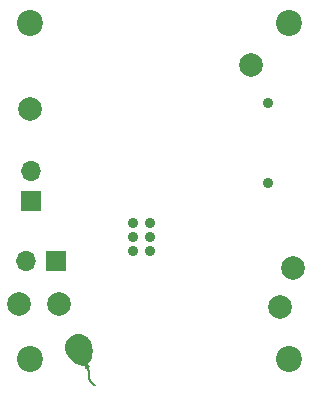
<source format=gbs>
%TF.GenerationSoftware,KiCad,Pcbnew,7.0.5-0*%
%TF.CreationDate,2024-02-02T21:32:53-05:00*%
%TF.ProjectId,Cutdown_Test,43757464-6f77-46e5-9f54-6573742e6b69,rev?*%
%TF.SameCoordinates,Original*%
%TF.FileFunction,Soldermask,Bot*%
%TF.FilePolarity,Negative*%
%FSLAX46Y46*%
G04 Gerber Fmt 4.6, Leading zero omitted, Abs format (unit mm)*
G04 Created by KiCad (PCBNEW 7.0.5-0) date 2024-02-02 21:32:53*
%MOMM*%
%LPD*%
G01*
G04 APERTURE LIST*
%ADD10C,0.182463*%
%ADD11C,0.002645*%
%ADD12C,2.200000*%
%ADD13C,2.000000*%
%ADD14C,0.900000*%
%ADD15R,1.700000X1.700000*%
%ADD16O,1.700000X1.700000*%
%ADD17C,0.889000*%
G04 APERTURE END LIST*
D10*
%TO.C,REF\u002A\u002A*%
X131763044Y-120375593D02*
X131830415Y-120426903D01*
X131692593Y-120318148D02*
X131763044Y-120375593D01*
X131652190Y-120283430D02*
X131692593Y-120318148D01*
X131609865Y-120245459D02*
X131652190Y-120283430D01*
X131566764Y-120204792D02*
X131609865Y-120245459D01*
X131524035Y-120161987D02*
X131566764Y-120204792D01*
X131482824Y-120117601D02*
X131524035Y-120161987D01*
X131444278Y-120072194D02*
X131482824Y-120117601D01*
X131409544Y-120026321D02*
X131444278Y-120072194D01*
X131393965Y-120003385D02*
X131409544Y-120026321D01*
X131379770Y-119980542D02*
X131393965Y-120003385D01*
X131367100Y-119957861D02*
X131379770Y-119980542D01*
X131356101Y-119935413D02*
X131367100Y-119957861D01*
X131346914Y-119913267D02*
X131356101Y-119935413D01*
X131339685Y-119891492D02*
X131346914Y-119913267D01*
X131339685Y-119891492D02*
X131339685Y-119891492D01*
X131330111Y-119853233D02*
X131339685Y-119891492D01*
X131321930Y-119810685D02*
X131330111Y-119853233D01*
X131314982Y-119764555D02*
X131321930Y-119810685D01*
X131309113Y-119715554D02*
X131314982Y-119764555D01*
X131299983Y-119611777D02*
X131309113Y-119715554D01*
X131293285Y-119505029D02*
X131299983Y-119611777D01*
X131282173Y-119305318D02*
X131293285Y-119505029D01*
X131275253Y-119223706D02*
X131282173Y-119305318D01*
X131270904Y-119189945D02*
X131275253Y-119223706D01*
X131265752Y-119161824D02*
X131270904Y-119189945D01*
X131265752Y-119161824D02*
X131265752Y-119161824D01*
X131261058Y-119142098D02*
X131265752Y-119161824D01*
X131255907Y-119122761D02*
X131261058Y-119142098D01*
X131250339Y-119103829D02*
X131255907Y-119122761D01*
X131244395Y-119085316D02*
X131250339Y-119103829D01*
X131238113Y-119067240D02*
X131244395Y-119085316D01*
X131231533Y-119049615D02*
X131238113Y-119067240D01*
X131224696Y-119032457D02*
X131231533Y-119049615D01*
X131217641Y-119015781D02*
X131224696Y-119032457D01*
X131210407Y-118999604D02*
X131217641Y-119015781D01*
X131203035Y-118983940D02*
X131210407Y-118999604D01*
X131195563Y-118968805D02*
X131203035Y-118983940D01*
X131188032Y-118954214D02*
X131195563Y-118968805D01*
X131172951Y-118926730D02*
X131188032Y-118954214D01*
X131158109Y-118901610D02*
X131172951Y-118926730D01*
X131143824Y-118878980D02*
X131158109Y-118901610D01*
X131130413Y-118858964D02*
X131143824Y-118878980D01*
X131118194Y-118841686D02*
X131130413Y-118858964D01*
X131107484Y-118827270D02*
X131118194Y-118841686D01*
X131091864Y-118807524D02*
X131107484Y-118827270D01*
X131086092Y-118800721D02*
X131091864Y-118807524D01*
D11*
X131271859Y-118785296D02*
X130936126Y-118931478D01*
X130873875Y-118559209D01*
X131041743Y-118486105D01*
X131271859Y-118785296D01*
G36*
X131271859Y-118785296D02*
G01*
X130936126Y-118931478D01*
X130873875Y-118559209D01*
X131041743Y-118486105D01*
X131271859Y-118785296D01*
G37*
X130441040Y-116085957D02*
X130520609Y-116094578D01*
X130599190Y-116108922D01*
X130676468Y-116128861D01*
X130752129Y-116154268D01*
X130825857Y-116185014D01*
X130897338Y-116220971D01*
X130966255Y-116262012D01*
X131032296Y-116308008D01*
X131095144Y-116358830D01*
X131154484Y-116414351D01*
X131210003Y-116474444D01*
X131261383Y-116538979D01*
X131308312Y-116607828D01*
X131350474Y-116680864D01*
X131387553Y-116757958D01*
X131429157Y-116867278D01*
X131463318Y-116986245D01*
X131489741Y-117112967D01*
X131508129Y-117245557D01*
X131518187Y-117382125D01*
X131519618Y-117520782D01*
X131512127Y-117659637D01*
X131495416Y-117796803D01*
X131469191Y-117930389D01*
X131433154Y-118058507D01*
X131387010Y-118179267D01*
X131360055Y-118236297D01*
X131330462Y-118290779D01*
X131298195Y-118342477D01*
X131263215Y-118391155D01*
X131225487Y-118436576D01*
X131184973Y-118478505D01*
X131141636Y-118516705D01*
X131095438Y-118550940D01*
X131046344Y-118580974D01*
X130994316Y-118606570D01*
X130940134Y-118627221D01*
X130884701Y-118642701D01*
X130828168Y-118653197D01*
X130770680Y-118658899D01*
X130712385Y-118659994D01*
X130653432Y-118656669D01*
X130593967Y-118649114D01*
X130534140Y-118637516D01*
X130474096Y-118622062D01*
X130413984Y-118602942D01*
X130353952Y-118580342D01*
X130294147Y-118554452D01*
X130234717Y-118525458D01*
X130175809Y-118493550D01*
X130060152Y-118421739D01*
X129948357Y-118340525D01*
X129841605Y-118251411D01*
X129741078Y-118155901D01*
X129647957Y-118055499D01*
X129563424Y-117951709D01*
X129488659Y-117846035D01*
X129424845Y-117739981D01*
X129373161Y-117635052D01*
X129351657Y-117582064D01*
X129333030Y-117528604D01*
X129317244Y-117474766D01*
X129304263Y-117420644D01*
X129294051Y-117366333D01*
X129286574Y-117311926D01*
X129281794Y-117257518D01*
X129279676Y-117203204D01*
X129280185Y-117149076D01*
X129283284Y-117095230D01*
X129288938Y-117041760D01*
X129297111Y-116988759D01*
X129307768Y-116936322D01*
X129320872Y-116884544D01*
X129336388Y-116833518D01*
X129354280Y-116783339D01*
X129374512Y-116734101D01*
X129397049Y-116685897D01*
X129421854Y-116638823D01*
X129448892Y-116592973D01*
X129478128Y-116548440D01*
X129509524Y-116505319D01*
X129543047Y-116463704D01*
X129578659Y-116423689D01*
X129616326Y-116385369D01*
X129656010Y-116348837D01*
X129697678Y-116314189D01*
X129741292Y-116281517D01*
X129786817Y-116250917D01*
X129834218Y-116222482D01*
X129883457Y-116196307D01*
X129934501Y-116172486D01*
X129960538Y-116161549D01*
X129986711Y-116151350D01*
X130013007Y-116141883D01*
X130039415Y-116133144D01*
X130065923Y-116125126D01*
X130092520Y-116117826D01*
X130119194Y-116111238D01*
X130145933Y-116105358D01*
X130172726Y-116100180D01*
X130199561Y-116095700D01*
X130226426Y-116091912D01*
X130253310Y-116088812D01*
X130280200Y-116086395D01*
X130307087Y-116084655D01*
X130333956Y-116083588D01*
X130360798Y-116083189D01*
X130441040Y-116085957D01*
G36*
X130441040Y-116085957D02*
G01*
X130520609Y-116094578D01*
X130599190Y-116108922D01*
X130676468Y-116128861D01*
X130752129Y-116154268D01*
X130825857Y-116185014D01*
X130897338Y-116220971D01*
X130966255Y-116262012D01*
X131032296Y-116308008D01*
X131095144Y-116358830D01*
X131154484Y-116414351D01*
X131210003Y-116474444D01*
X131261383Y-116538979D01*
X131308312Y-116607828D01*
X131350474Y-116680864D01*
X131387553Y-116757958D01*
X131429157Y-116867278D01*
X131463318Y-116986245D01*
X131489741Y-117112967D01*
X131508129Y-117245557D01*
X131518187Y-117382125D01*
X131519618Y-117520782D01*
X131512127Y-117659637D01*
X131495416Y-117796803D01*
X131469191Y-117930389D01*
X131433154Y-118058507D01*
X131387010Y-118179267D01*
X131360055Y-118236297D01*
X131330462Y-118290779D01*
X131298195Y-118342477D01*
X131263215Y-118391155D01*
X131225487Y-118436576D01*
X131184973Y-118478505D01*
X131141636Y-118516705D01*
X131095438Y-118550940D01*
X131046344Y-118580974D01*
X130994316Y-118606570D01*
X130940134Y-118627221D01*
X130884701Y-118642701D01*
X130828168Y-118653197D01*
X130770680Y-118658899D01*
X130712385Y-118659994D01*
X130653432Y-118656669D01*
X130593967Y-118649114D01*
X130534140Y-118637516D01*
X130474096Y-118622062D01*
X130413984Y-118602942D01*
X130353952Y-118580342D01*
X130294147Y-118554452D01*
X130234717Y-118525458D01*
X130175809Y-118493550D01*
X130060152Y-118421739D01*
X129948357Y-118340525D01*
X129841605Y-118251411D01*
X129741078Y-118155901D01*
X129647957Y-118055499D01*
X129563424Y-117951709D01*
X129488659Y-117846035D01*
X129424845Y-117739981D01*
X129373161Y-117635052D01*
X129351657Y-117582064D01*
X129333030Y-117528604D01*
X129317244Y-117474766D01*
X129304263Y-117420644D01*
X129294051Y-117366333D01*
X129286574Y-117311926D01*
X129281794Y-117257518D01*
X129279676Y-117203204D01*
X129280185Y-117149076D01*
X129283284Y-117095230D01*
X129288938Y-117041760D01*
X129297111Y-116988759D01*
X129307768Y-116936322D01*
X129320872Y-116884544D01*
X129336388Y-116833518D01*
X129354280Y-116783339D01*
X129374512Y-116734101D01*
X129397049Y-116685897D01*
X129421854Y-116638823D01*
X129448892Y-116592973D01*
X129478128Y-116548440D01*
X129509524Y-116505319D01*
X129543047Y-116463704D01*
X129578659Y-116423689D01*
X129616326Y-116385369D01*
X129656010Y-116348837D01*
X129697678Y-116314189D01*
X129741292Y-116281517D01*
X129786817Y-116250917D01*
X129834218Y-116222482D01*
X129883457Y-116196307D01*
X129934501Y-116172486D01*
X129960538Y-116161549D01*
X129986711Y-116151350D01*
X130013007Y-116141883D01*
X130039415Y-116133144D01*
X130065923Y-116125126D01*
X130092520Y-116117826D01*
X130119194Y-116111238D01*
X130145933Y-116105358D01*
X130172726Y-116100180D01*
X130199561Y-116095700D01*
X130226426Y-116091912D01*
X130253310Y-116088812D01*
X130280200Y-116086395D01*
X130307087Y-116084655D01*
X130333956Y-116083588D01*
X130360798Y-116083189D01*
X130441040Y-116085957D01*
G37*
%TD*%
D12*
%TO.C,H1*%
X126300000Y-89700000D03*
%TD*%
D13*
%TO.C,TP8*%
X147500000Y-113800000D03*
%TD*%
D12*
%TO.C,H4*%
X148200000Y-118200000D03*
%TD*%
D14*
%TO.C,U1*%
X135050000Y-106650000D03*
X135050000Y-107850000D03*
X135050000Y-109050000D03*
X136450000Y-106650000D03*
X136450000Y-107850000D03*
X136450000Y-109050000D03*
%TD*%
D15*
%TO.C,J2*%
X128500000Y-109900000D03*
D16*
X125960000Y-109900000D03*
%TD*%
D13*
%TO.C,TP6*%
X128800000Y-113500000D03*
%TD*%
D12*
%TO.C,H3*%
X126300000Y-118200000D03*
%TD*%
%TO.C,H2*%
X148200000Y-89700000D03*
%TD*%
D17*
%TO.C,SW1*%
X146498100Y-103299998D03*
X146498100Y-96500002D03*
%TD*%
D13*
%TO.C,TP5*%
X148600000Y-110500000D03*
%TD*%
D15*
%TO.C,J1*%
X126400000Y-104775000D03*
D16*
X126400000Y-102235000D03*
%TD*%
D13*
%TO.C,TP2*%
X126300000Y-97000000D03*
%TD*%
%TO.C,TP3*%
X145000000Y-93300000D03*
%TD*%
%TO.C,TP1*%
X125400000Y-113500000D03*
%TD*%
M02*

</source>
